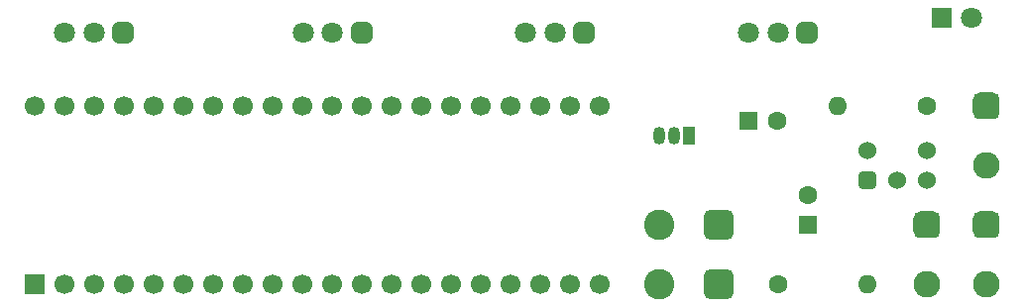
<source format=gbr>
%TF.GenerationSoftware,KiCad,Pcbnew,7.0.10*%
%TF.CreationDate,2024-01-25T23:58:25+01:00*%
%TF.ProjectId,daisy_01,64616973-795f-4303-912e-6b696361645f,rev?*%
%TF.SameCoordinates,Original*%
%TF.FileFunction,Soldermask,Bot*%
%TF.FilePolarity,Negative*%
%FSLAX46Y46*%
G04 Gerber Fmt 4.6, Leading zero omitted, Abs format (unit mm)*
G04 Created by KiCad (PCBNEW 7.0.10) date 2024-01-25 23:58:25*
%MOMM*%
%LPD*%
G01*
G04 APERTURE LIST*
G04 Aperture macros list*
%AMRoundRect*
0 Rectangle with rounded corners*
0 $1 Rounding radius*
0 $2 $3 $4 $5 $6 $7 $8 $9 X,Y pos of 4 corners*
0 Add a 4 corners polygon primitive as box body*
4,1,4,$2,$3,$4,$5,$6,$7,$8,$9,$2,$3,0*
0 Add four circle primitives for the rounded corners*
1,1,$1+$1,$2,$3*
1,1,$1+$1,$4,$5*
1,1,$1+$1,$6,$7*
1,1,$1+$1,$8,$9*
0 Add four rect primitives between the rounded corners*
20,1,$1+$1,$2,$3,$4,$5,0*
20,1,$1+$1,$4,$5,$6,$7,0*
20,1,$1+$1,$6,$7,$8,$9,0*
20,1,$1+$1,$8,$9,$2,$3,0*%
G04 Aperture macros list end*
%ADD10RoundRect,0.381000X-0.381000X-0.381000X0.381000X-0.381000X0.381000X0.381000X-0.381000X0.381000X0*%
%ADD11C,1.524000*%
%ADD12RoundRect,0.450000X0.450000X-0.450000X0.450000X0.450000X-0.450000X0.450000X-0.450000X-0.450000X0*%
%ADD13C,1.800000*%
%ADD14R,1.600000X1.600000*%
%ADD15C,1.600000*%
%ADD16R,1.800000X1.800000*%
%ADD17R,1.700000X1.700000*%
%ADD18C,1.700000*%
%ADD19RoundRect,0.650000X0.650000X0.650000X-0.650000X0.650000X-0.650000X-0.650000X0.650000X-0.650000X0*%
%ADD20C,2.600000*%
%ADD21RoundRect,0.571500X-0.571500X0.571500X-0.571500X-0.571500X0.571500X-0.571500X0.571500X0.571500X0*%
%ADD22C,2.286000*%
%ADD23R,1.050000X1.500000*%
%ADD24O,1.050000X1.500000*%
%ADD25O,1.600000X1.600000*%
G04 APERTURE END LIST*
D10*
%TO.C,SW2*%
X175260000Y-120650000D03*
D11*
X180340000Y-120650000D03*
X177800000Y-120650000D03*
X180340000Y-118110000D03*
X175260000Y-118110000D03*
%TD*%
D12*
%TO.C,RV2*%
X151090000Y-108040000D03*
D13*
X148590000Y-108040000D03*
X146090000Y-108040000D03*
%TD*%
D14*
%TO.C,C1*%
X170180000Y-124420000D03*
D15*
X170180000Y-121920000D03*
%TD*%
D12*
%TO.C,RV3*%
X132080000Y-108040000D03*
D13*
X129580000Y-108040000D03*
X127080000Y-108040000D03*
%TD*%
D16*
%TO.C,D1*%
X181610000Y-106725000D03*
D13*
X184150000Y-106725000D03*
%TD*%
D17*
%TO.C,U1*%
X104140000Y-129540000D03*
D18*
X106680000Y-129540000D03*
X109220000Y-129540000D03*
X111760000Y-129540000D03*
X114300000Y-129540000D03*
X116840000Y-129540000D03*
X119380000Y-129540000D03*
X121920000Y-129540000D03*
X124460000Y-129540000D03*
X127000000Y-129540000D03*
X129540000Y-129540000D03*
X132080000Y-129540000D03*
X134620000Y-129540000D03*
X137160000Y-129540000D03*
X139700000Y-129540000D03*
X142240000Y-129540000D03*
X144780000Y-129540000D03*
X147320000Y-129540000D03*
X149860000Y-129540000D03*
X152400000Y-129540000D03*
X152400000Y-114300000D03*
X149860000Y-114300000D03*
X147320000Y-114300000D03*
X144780000Y-114300000D03*
X142240000Y-114300000D03*
X139700000Y-114300000D03*
X137160000Y-114300000D03*
X134620000Y-114300000D03*
X132080000Y-114300000D03*
X129540000Y-114300000D03*
X127000000Y-114300000D03*
X124460000Y-114300000D03*
X121920000Y-114300000D03*
X119380000Y-114300000D03*
X116840000Y-114300000D03*
X114300000Y-114300000D03*
X111760000Y-114300000D03*
X109220000Y-114300000D03*
X106680000Y-114300000D03*
X104140000Y-114300000D03*
%TD*%
D12*
%TO.C,RV1*%
X170140000Y-108040000D03*
D13*
X167640000Y-108040000D03*
X165140000Y-108040000D03*
%TD*%
D19*
%TO.C,SW1*%
X162560000Y-124460000D03*
D20*
X157480000Y-124460000D03*
%TD*%
D14*
%TO.C,C2*%
X165100000Y-115570000D03*
D15*
X167600000Y-115570000D03*
%TD*%
D19*
%TO.C,BT1*%
X162560000Y-129540000D03*
D20*
X157480000Y-129540000D03*
%TD*%
D12*
%TO.C,RV4*%
X111720000Y-107995000D03*
D13*
X109220000Y-107995000D03*
X106720000Y-107995000D03*
%TD*%
D21*
%TO.C,J3*%
X185420000Y-124460000D03*
D22*
X185420000Y-129540000D03*
%TD*%
D23*
%TO.C,Q1*%
X160020000Y-116840000D03*
D24*
X158750000Y-116840000D03*
X157480000Y-116840000D03*
%TD*%
D21*
%TO.C,J1*%
X180340000Y-124460000D03*
D22*
X180340000Y-129540000D03*
%TD*%
D15*
%TO.C,R2*%
X167640000Y-129540000D03*
D25*
X175260000Y-129540000D03*
%TD*%
D15*
%TO.C,R1*%
X180340000Y-114300000D03*
D25*
X172720000Y-114300000D03*
%TD*%
D21*
%TO.C,J2*%
X185420000Y-114300000D03*
D22*
X185420000Y-119380000D03*
%TD*%
M02*

</source>
